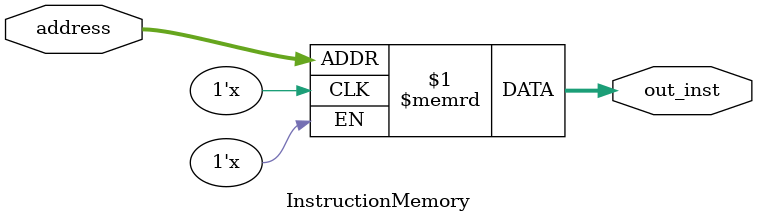
<source format=sv>
module InstructionMemory(

    output logic [31:0]out_inst , 
    input  logic [9:0]address  // PC degerinin 3. bitinden 12.bitine kadar bakilir 


);

logic [31:0]instructions[0:1023] ; 


assign  out_inst = instructions[address];


endmodule
</source>
